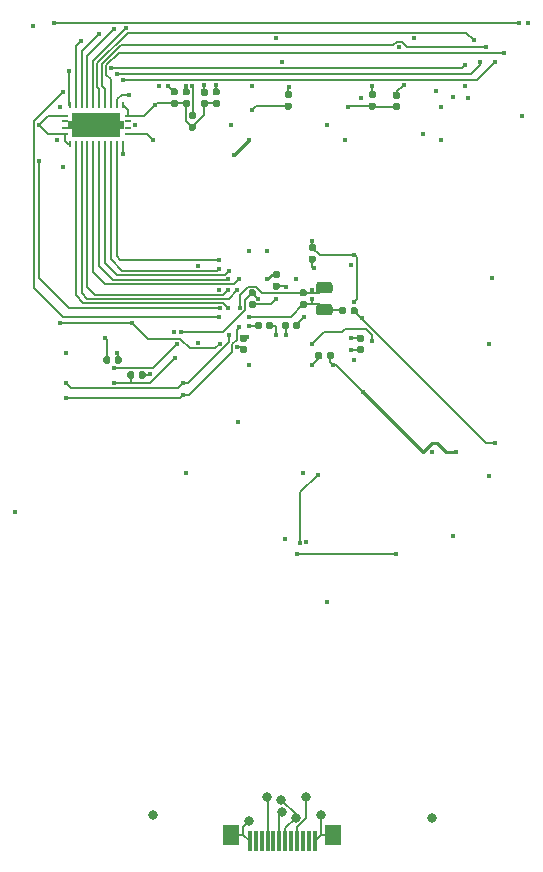
<source format=gbl>
G04 #@! TF.GenerationSoftware,KiCad,Pcbnew,5.1.6-c6e7f7d~86~ubuntu18.04.1*
G04 #@! TF.CreationDate,2021-09-21T12:25:19+02:00*
G04 #@! TF.ProjectId,nhci,6e686369-2e6b-4696-9361-645f70636258,rev?*
G04 #@! TF.SameCoordinates,Original*
G04 #@! TF.FileFunction,Copper,L4,Bot*
G04 #@! TF.FilePolarity,Positive*
%FSLAX46Y46*%
G04 Gerber Fmt 4.6, Leading zero omitted, Abs format (unit mm)*
G04 Created by KiCad (PCBNEW 5.1.6-c6e7f7d~86~ubuntu18.04.1) date 2021-09-21 12:25:19*
%MOMM*%
%LPD*%
G01*
G04 APERTURE LIST*
G04 #@! TA.AperFunction,SMDPad,CuDef*
%ADD10R,0.325000X0.750000*%
G04 #@! TD*
G04 #@! TA.AperFunction,SMDPad,CuDef*
%ADD11R,0.600000X0.200000*%
G04 #@! TD*
G04 #@! TA.AperFunction,SMDPad,CuDef*
%ADD12R,4.050000X2.050000*%
G04 #@! TD*
G04 #@! TA.AperFunction,SMDPad,CuDef*
%ADD13R,0.600000X0.240000*%
G04 #@! TD*
G04 #@! TA.AperFunction,SMDPad,CuDef*
%ADD14R,0.240000X0.600000*%
G04 #@! TD*
G04 #@! TA.AperFunction,SMDPad,CuDef*
%ADD15R,1.400000X1.700000*%
G04 #@! TD*
G04 #@! TA.AperFunction,SMDPad,CuDef*
%ADD16R,0.300000X1.700000*%
G04 #@! TD*
G04 #@! TA.AperFunction,ViaPad*
%ADD17C,0.400000*%
G04 #@! TD*
G04 #@! TA.AperFunction,ViaPad*
%ADD18C,0.800000*%
G04 #@! TD*
G04 #@! TA.AperFunction,Conductor*
%ADD19C,0.200000*%
G04 #@! TD*
G04 #@! TA.AperFunction,Conductor*
%ADD20C,0.250000*%
G04 #@! TD*
G04 APERTURE END LIST*
D10*
X47850000Y-108966000D03*
X52226000Y-108966000D03*
D11*
X47388000Y-108691000D03*
X47388000Y-109241000D03*
X52688000Y-108691000D03*
X52688000Y-109241000D03*
D12*
X50038000Y-108966000D03*
D13*
X52688000Y-108216000D03*
D14*
X52288000Y-107316000D03*
X51788000Y-107316000D03*
X51288000Y-107316000D03*
X50788000Y-107316000D03*
X50288000Y-107316000D03*
X49788000Y-107316000D03*
X49288000Y-107316000D03*
X48788000Y-107316000D03*
X48288000Y-107316000D03*
X47788000Y-107316000D03*
D13*
X47388000Y-108216000D03*
X47388000Y-109716000D03*
D14*
X47788000Y-110616000D03*
X48288000Y-110616000D03*
X48788000Y-110616000D03*
X49288000Y-110616000D03*
X49788000Y-110616000D03*
X50288000Y-110616000D03*
X50788000Y-110616000D03*
X51288000Y-110616000D03*
X51788000Y-110616000D03*
X52288000Y-110616000D03*
D13*
X52688000Y-109716000D03*
G04 #@! TA.AperFunction,SMDPad,CuDef*
G36*
G01*
X53634000Y-130347500D02*
X53634000Y-130002500D01*
G75*
G02*
X53781500Y-129855000I147500J0D01*
G01*
X54076500Y-129855000D01*
G75*
G02*
X54224000Y-130002500I0J-147500D01*
G01*
X54224000Y-130347500D01*
G75*
G02*
X54076500Y-130495000I-147500J0D01*
G01*
X53781500Y-130495000D01*
G75*
G02*
X53634000Y-130347500I0J147500D01*
G01*
G37*
G04 #@! TD.AperFunction*
G04 #@! TA.AperFunction,SMDPad,CuDef*
G36*
G01*
X52664000Y-130347500D02*
X52664000Y-130002500D01*
G75*
G02*
X52811500Y-129855000I147500J0D01*
G01*
X53106500Y-129855000D01*
G75*
G02*
X53254000Y-130002500I0J-147500D01*
G01*
X53254000Y-130347500D01*
G75*
G02*
X53106500Y-130495000I-147500J0D01*
G01*
X52811500Y-130495000D01*
G75*
G02*
X52664000Y-130347500I0J147500D01*
G01*
G37*
G04 #@! TD.AperFunction*
G04 #@! TA.AperFunction,SMDPad,CuDef*
G36*
G01*
X51602000Y-129077500D02*
X51602000Y-128732500D01*
G75*
G02*
X51749500Y-128585000I147500J0D01*
G01*
X52044500Y-128585000D01*
G75*
G02*
X52192000Y-128732500I0J-147500D01*
G01*
X52192000Y-129077500D01*
G75*
G02*
X52044500Y-129225000I-147500J0D01*
G01*
X51749500Y-129225000D01*
G75*
G02*
X51602000Y-129077500I0J147500D01*
G01*
G37*
G04 #@! TD.AperFunction*
G04 #@! TA.AperFunction,SMDPad,CuDef*
G36*
G01*
X50632000Y-129077500D02*
X50632000Y-128732500D01*
G75*
G02*
X50779500Y-128585000I147500J0D01*
G01*
X51074500Y-128585000D01*
G75*
G02*
X51222000Y-128732500I0J-147500D01*
G01*
X51222000Y-129077500D01*
G75*
G02*
X51074500Y-129225000I-147500J0D01*
G01*
X50779500Y-129225000D01*
G75*
G02*
X50632000Y-129077500I0J147500D01*
G01*
G37*
G04 #@! TD.AperFunction*
D15*
X70106000Y-169082000D03*
X61466000Y-169082000D03*
D16*
X63036000Y-169632000D03*
X63536000Y-169632000D03*
X64036000Y-169632000D03*
X64536000Y-169632000D03*
X65036000Y-169632000D03*
X65536000Y-169632000D03*
X66036000Y-169632000D03*
X66536000Y-169632000D03*
X67036000Y-169632000D03*
X67536000Y-169632000D03*
X68036000Y-169632000D03*
X68536000Y-169632000D03*
G04 #@! TA.AperFunction,SMDPad,CuDef*
G36*
G01*
X73233500Y-107101000D02*
X73578500Y-107101000D01*
G75*
G02*
X73726000Y-107248500I0J-147500D01*
G01*
X73726000Y-107543500D01*
G75*
G02*
X73578500Y-107691000I-147500J0D01*
G01*
X73233500Y-107691000D01*
G75*
G02*
X73086000Y-107543500I0J147500D01*
G01*
X73086000Y-107248500D01*
G75*
G02*
X73233500Y-107101000I147500J0D01*
G01*
G37*
G04 #@! TD.AperFunction*
G04 #@! TA.AperFunction,SMDPad,CuDef*
G36*
G01*
X73233500Y-106131000D02*
X73578500Y-106131000D01*
G75*
G02*
X73726000Y-106278500I0J-147500D01*
G01*
X73726000Y-106573500D01*
G75*
G02*
X73578500Y-106721000I-147500J0D01*
G01*
X73233500Y-106721000D01*
G75*
G02*
X73086000Y-106573500I0J147500D01*
G01*
X73086000Y-106278500D01*
G75*
G02*
X73233500Y-106131000I147500J0D01*
G01*
G37*
G04 #@! TD.AperFunction*
G04 #@! TA.AperFunction,SMDPad,CuDef*
G36*
G01*
X66121500Y-107101000D02*
X66466500Y-107101000D01*
G75*
G02*
X66614000Y-107248500I0J-147500D01*
G01*
X66614000Y-107543500D01*
G75*
G02*
X66466500Y-107691000I-147500J0D01*
G01*
X66121500Y-107691000D01*
G75*
G02*
X65974000Y-107543500I0J147500D01*
G01*
X65974000Y-107248500D01*
G75*
G02*
X66121500Y-107101000I147500J0D01*
G01*
G37*
G04 #@! TD.AperFunction*
G04 #@! TA.AperFunction,SMDPad,CuDef*
G36*
G01*
X66121500Y-106131000D02*
X66466500Y-106131000D01*
G75*
G02*
X66614000Y-106278500I0J-147500D01*
G01*
X66614000Y-106573500D01*
G75*
G02*
X66466500Y-106721000I-147500J0D01*
G01*
X66121500Y-106721000D01*
G75*
G02*
X65974000Y-106573500I0J147500D01*
G01*
X65974000Y-106278500D01*
G75*
G02*
X66121500Y-106131000I147500J0D01*
G01*
G37*
G04 #@! TD.AperFunction*
G04 #@! TA.AperFunction,SMDPad,CuDef*
G36*
G01*
X57993500Y-108879000D02*
X58338500Y-108879000D01*
G75*
G02*
X58486000Y-109026500I0J-147500D01*
G01*
X58486000Y-109321500D01*
G75*
G02*
X58338500Y-109469000I-147500J0D01*
G01*
X57993500Y-109469000D01*
G75*
G02*
X57846000Y-109321500I0J147500D01*
G01*
X57846000Y-109026500D01*
G75*
G02*
X57993500Y-108879000I147500J0D01*
G01*
G37*
G04 #@! TD.AperFunction*
G04 #@! TA.AperFunction,SMDPad,CuDef*
G36*
G01*
X57993500Y-107909000D02*
X58338500Y-107909000D01*
G75*
G02*
X58486000Y-108056500I0J-147500D01*
G01*
X58486000Y-108351500D01*
G75*
G02*
X58338500Y-108499000I-147500J0D01*
G01*
X57993500Y-108499000D01*
G75*
G02*
X57846000Y-108351500I0J147500D01*
G01*
X57846000Y-108056500D01*
G75*
G02*
X57993500Y-107909000I147500J0D01*
G01*
G37*
G04 #@! TD.AperFunction*
G04 #@! TA.AperFunction,SMDPad,CuDef*
G36*
G01*
X60025500Y-106870000D02*
X60370500Y-106870000D01*
G75*
G02*
X60518000Y-107017500I0J-147500D01*
G01*
X60518000Y-107312500D01*
G75*
G02*
X60370500Y-107460000I-147500J0D01*
G01*
X60025500Y-107460000D01*
G75*
G02*
X59878000Y-107312500I0J147500D01*
G01*
X59878000Y-107017500D01*
G75*
G02*
X60025500Y-106870000I147500J0D01*
G01*
G37*
G04 #@! TD.AperFunction*
G04 #@! TA.AperFunction,SMDPad,CuDef*
G36*
G01*
X60025500Y-105900000D02*
X60370500Y-105900000D01*
G75*
G02*
X60518000Y-106047500I0J-147500D01*
G01*
X60518000Y-106342500D01*
G75*
G02*
X60370500Y-106490000I-147500J0D01*
G01*
X60025500Y-106490000D01*
G75*
G02*
X59878000Y-106342500I0J147500D01*
G01*
X59878000Y-106047500D01*
G75*
G02*
X60025500Y-105900000I147500J0D01*
G01*
G37*
G04 #@! TD.AperFunction*
G04 #@! TA.AperFunction,SMDPad,CuDef*
G36*
G01*
X59009500Y-106893000D02*
X59354500Y-106893000D01*
G75*
G02*
X59502000Y-107040500I0J-147500D01*
G01*
X59502000Y-107335500D01*
G75*
G02*
X59354500Y-107483000I-147500J0D01*
G01*
X59009500Y-107483000D01*
G75*
G02*
X58862000Y-107335500I0J147500D01*
G01*
X58862000Y-107040500D01*
G75*
G02*
X59009500Y-106893000I147500J0D01*
G01*
G37*
G04 #@! TD.AperFunction*
G04 #@! TA.AperFunction,SMDPad,CuDef*
G36*
G01*
X59009500Y-105923000D02*
X59354500Y-105923000D01*
G75*
G02*
X59502000Y-106070500I0J-147500D01*
G01*
X59502000Y-106365500D01*
G75*
G02*
X59354500Y-106513000I-147500J0D01*
G01*
X59009500Y-106513000D01*
G75*
G02*
X58862000Y-106365500I0J147500D01*
G01*
X58862000Y-106070500D01*
G75*
G02*
X59009500Y-105923000I147500J0D01*
G01*
G37*
G04 #@! TD.AperFunction*
G04 #@! TA.AperFunction,SMDPad,CuDef*
G36*
G01*
X75265500Y-107147000D02*
X75610500Y-107147000D01*
G75*
G02*
X75758000Y-107294500I0J-147500D01*
G01*
X75758000Y-107589500D01*
G75*
G02*
X75610500Y-107737000I-147500J0D01*
G01*
X75265500Y-107737000D01*
G75*
G02*
X75118000Y-107589500I0J147500D01*
G01*
X75118000Y-107294500D01*
G75*
G02*
X75265500Y-107147000I147500J0D01*
G01*
G37*
G04 #@! TD.AperFunction*
G04 #@! TA.AperFunction,SMDPad,CuDef*
G36*
G01*
X75265500Y-106177000D02*
X75610500Y-106177000D01*
G75*
G02*
X75758000Y-106324500I0J-147500D01*
G01*
X75758000Y-106619500D01*
G75*
G02*
X75610500Y-106767000I-147500J0D01*
G01*
X75265500Y-106767000D01*
G75*
G02*
X75118000Y-106619500I0J147500D01*
G01*
X75118000Y-106324500D01*
G75*
G02*
X75265500Y-106177000I147500J0D01*
G01*
G37*
G04 #@! TD.AperFunction*
G04 #@! TA.AperFunction,SMDPad,CuDef*
G36*
G01*
X57485500Y-106870000D02*
X57830500Y-106870000D01*
G75*
G02*
X57978000Y-107017500I0J-147500D01*
G01*
X57978000Y-107312500D01*
G75*
G02*
X57830500Y-107460000I-147500J0D01*
G01*
X57485500Y-107460000D01*
G75*
G02*
X57338000Y-107312500I0J147500D01*
G01*
X57338000Y-107017500D01*
G75*
G02*
X57485500Y-106870000I147500J0D01*
G01*
G37*
G04 #@! TD.AperFunction*
G04 #@! TA.AperFunction,SMDPad,CuDef*
G36*
G01*
X57485500Y-105900000D02*
X57830500Y-105900000D01*
G75*
G02*
X57978000Y-106047500I0J-147500D01*
G01*
X57978000Y-106342500D01*
G75*
G02*
X57830500Y-106490000I-147500J0D01*
G01*
X57485500Y-106490000D01*
G75*
G02*
X57338000Y-106342500I0J147500D01*
G01*
X57338000Y-106047500D01*
G75*
G02*
X57485500Y-105900000I147500J0D01*
G01*
G37*
G04 #@! TD.AperFunction*
G04 #@! TA.AperFunction,SMDPad,CuDef*
G36*
G01*
X56469500Y-106870000D02*
X56814500Y-106870000D01*
G75*
G02*
X56962000Y-107017500I0J-147500D01*
G01*
X56962000Y-107312500D01*
G75*
G02*
X56814500Y-107460000I-147500J0D01*
G01*
X56469500Y-107460000D01*
G75*
G02*
X56322000Y-107312500I0J147500D01*
G01*
X56322000Y-107017500D01*
G75*
G02*
X56469500Y-106870000I147500J0D01*
G01*
G37*
G04 #@! TD.AperFunction*
G04 #@! TA.AperFunction,SMDPad,CuDef*
G36*
G01*
X56469500Y-105900000D02*
X56814500Y-105900000D01*
G75*
G02*
X56962000Y-106047500I0J-147500D01*
G01*
X56962000Y-106342500D01*
G75*
G02*
X56814500Y-106490000I-147500J0D01*
G01*
X56469500Y-106490000D01*
G75*
G02*
X56322000Y-106342500I0J147500D01*
G01*
X56322000Y-106047500D01*
G75*
G02*
X56469500Y-105900000I147500J0D01*
G01*
G37*
G04 #@! TD.AperFunction*
G04 #@! TA.AperFunction,SMDPad,CuDef*
G36*
G01*
X66715000Y-126156500D02*
X66715000Y-125811500D01*
G75*
G02*
X66862500Y-125664000I147500J0D01*
G01*
X67157500Y-125664000D01*
G75*
G02*
X67305000Y-125811500I0J-147500D01*
G01*
X67305000Y-126156500D01*
G75*
G02*
X67157500Y-126304000I-147500J0D01*
G01*
X66862500Y-126304000D01*
G75*
G02*
X66715000Y-126156500I0J147500D01*
G01*
G37*
G04 #@! TD.AperFunction*
G04 #@! TA.AperFunction,SMDPad,CuDef*
G36*
G01*
X65745000Y-126156500D02*
X65745000Y-125811500D01*
G75*
G02*
X65892500Y-125664000I147500J0D01*
G01*
X66187500Y-125664000D01*
G75*
G02*
X66335000Y-125811500I0J-147500D01*
G01*
X66335000Y-126156500D01*
G75*
G02*
X66187500Y-126304000I-147500J0D01*
G01*
X65892500Y-126304000D01*
G75*
G02*
X65745000Y-126156500I0J147500D01*
G01*
G37*
G04 #@! TD.AperFunction*
G04 #@! TA.AperFunction,SMDPad,CuDef*
G36*
G01*
X65105500Y-122341000D02*
X65450500Y-122341000D01*
G75*
G02*
X65598000Y-122488500I0J-147500D01*
G01*
X65598000Y-122783500D01*
G75*
G02*
X65450500Y-122931000I-147500J0D01*
G01*
X65105500Y-122931000D01*
G75*
G02*
X64958000Y-122783500I0J147500D01*
G01*
X64958000Y-122488500D01*
G75*
G02*
X65105500Y-122341000I147500J0D01*
G01*
G37*
G04 #@! TD.AperFunction*
G04 #@! TA.AperFunction,SMDPad,CuDef*
G36*
G01*
X65105500Y-121371000D02*
X65450500Y-121371000D01*
G75*
G02*
X65598000Y-121518500I0J-147500D01*
G01*
X65598000Y-121813500D01*
G75*
G02*
X65450500Y-121961000I-147500J0D01*
G01*
X65105500Y-121961000D01*
G75*
G02*
X64958000Y-121813500I0J147500D01*
G01*
X64958000Y-121518500D01*
G75*
G02*
X65105500Y-121371000I147500J0D01*
G01*
G37*
G04 #@! TD.AperFunction*
G04 #@! TA.AperFunction,SMDPad,CuDef*
G36*
G01*
X64429000Y-126156500D02*
X64429000Y-125811500D01*
G75*
G02*
X64576500Y-125664000I147500J0D01*
G01*
X64871500Y-125664000D01*
G75*
G02*
X65019000Y-125811500I0J-147500D01*
G01*
X65019000Y-126156500D01*
G75*
G02*
X64871500Y-126304000I-147500J0D01*
G01*
X64576500Y-126304000D01*
G75*
G02*
X64429000Y-126156500I0J147500D01*
G01*
G37*
G04 #@! TD.AperFunction*
G04 #@! TA.AperFunction,SMDPad,CuDef*
G36*
G01*
X63459000Y-126156500D02*
X63459000Y-125811500D01*
G75*
G02*
X63606500Y-125664000I147500J0D01*
G01*
X63901500Y-125664000D01*
G75*
G02*
X64049000Y-125811500I0J-147500D01*
G01*
X64049000Y-126156500D01*
G75*
G02*
X63901500Y-126304000I-147500J0D01*
G01*
X63606500Y-126304000D01*
G75*
G02*
X63459000Y-126156500I0J147500D01*
G01*
G37*
G04 #@! TD.AperFunction*
G04 #@! TA.AperFunction,SMDPad,CuDef*
G36*
G01*
X71564000Y-124886500D02*
X71564000Y-124541500D01*
G75*
G02*
X71711500Y-124394000I147500J0D01*
G01*
X72006500Y-124394000D01*
G75*
G02*
X72154000Y-124541500I0J-147500D01*
G01*
X72154000Y-124886500D01*
G75*
G02*
X72006500Y-125034000I-147500J0D01*
G01*
X71711500Y-125034000D01*
G75*
G02*
X71564000Y-124886500I0J147500D01*
G01*
G37*
G04 #@! TD.AperFunction*
G04 #@! TA.AperFunction,SMDPad,CuDef*
G36*
G01*
X70594000Y-124886500D02*
X70594000Y-124541500D01*
G75*
G02*
X70741500Y-124394000I147500J0D01*
G01*
X71036500Y-124394000D01*
G75*
G02*
X71184000Y-124541500I0J-147500D01*
G01*
X71184000Y-124886500D01*
G75*
G02*
X71036500Y-125034000I-147500J0D01*
G01*
X70741500Y-125034000D01*
G75*
G02*
X70594000Y-124886500I0J147500D01*
G01*
G37*
G04 #@! TD.AperFunction*
G04 #@! TA.AperFunction,SMDPad,CuDef*
G36*
G01*
X62656500Y-127341000D02*
X62311500Y-127341000D01*
G75*
G02*
X62164000Y-127193500I0J147500D01*
G01*
X62164000Y-126898500D01*
G75*
G02*
X62311500Y-126751000I147500J0D01*
G01*
X62656500Y-126751000D01*
G75*
G02*
X62804000Y-126898500I0J-147500D01*
G01*
X62804000Y-127193500D01*
G75*
G02*
X62656500Y-127341000I-147500J0D01*
G01*
G37*
G04 #@! TD.AperFunction*
G04 #@! TA.AperFunction,SMDPad,CuDef*
G36*
G01*
X62656500Y-128311000D02*
X62311500Y-128311000D01*
G75*
G02*
X62164000Y-128163500I0J147500D01*
G01*
X62164000Y-127868500D01*
G75*
G02*
X62311500Y-127721000I147500J0D01*
G01*
X62656500Y-127721000D01*
G75*
G02*
X62804000Y-127868500I0J-147500D01*
G01*
X62804000Y-128163500D01*
G75*
G02*
X62656500Y-128311000I-147500J0D01*
G01*
G37*
G04 #@! TD.AperFunction*
G04 #@! TA.AperFunction,SMDPad,CuDef*
G36*
G01*
X68885750Y-124148000D02*
X69798250Y-124148000D01*
G75*
G02*
X70042000Y-124391750I0J-243750D01*
G01*
X70042000Y-124879250D01*
G75*
G02*
X69798250Y-125123000I-243750J0D01*
G01*
X68885750Y-125123000D01*
G75*
G02*
X68642000Y-124879250I0J243750D01*
G01*
X68642000Y-124391750D01*
G75*
G02*
X68885750Y-124148000I243750J0D01*
G01*
G37*
G04 #@! TD.AperFunction*
G04 #@! TA.AperFunction,SMDPad,CuDef*
G36*
G01*
X68885750Y-122273000D02*
X69798250Y-122273000D01*
G75*
G02*
X70042000Y-122516750I0J-243750D01*
G01*
X70042000Y-123004250D01*
G75*
G02*
X69798250Y-123248000I-243750J0D01*
G01*
X68885750Y-123248000D01*
G75*
G02*
X68642000Y-123004250I0J243750D01*
G01*
X68642000Y-122516750D01*
G75*
G02*
X68885750Y-122273000I243750J0D01*
G01*
G37*
G04 #@! TD.AperFunction*
G04 #@! TA.AperFunction,SMDPad,CuDef*
G36*
G01*
X67391500Y-123888000D02*
X67736500Y-123888000D01*
G75*
G02*
X67884000Y-124035500I0J-147500D01*
G01*
X67884000Y-124330500D01*
G75*
G02*
X67736500Y-124478000I-147500J0D01*
G01*
X67391500Y-124478000D01*
G75*
G02*
X67244000Y-124330500I0J147500D01*
G01*
X67244000Y-124035500D01*
G75*
G02*
X67391500Y-123888000I147500J0D01*
G01*
G37*
G04 #@! TD.AperFunction*
G04 #@! TA.AperFunction,SMDPad,CuDef*
G36*
G01*
X67391500Y-122918000D02*
X67736500Y-122918000D01*
G75*
G02*
X67884000Y-123065500I0J-147500D01*
G01*
X67884000Y-123360500D01*
G75*
G02*
X67736500Y-123508000I-147500J0D01*
G01*
X67391500Y-123508000D01*
G75*
G02*
X67244000Y-123360500I0J147500D01*
G01*
X67244000Y-123065500D01*
G75*
G02*
X67391500Y-122918000I147500J0D01*
G01*
G37*
G04 #@! TD.AperFunction*
G04 #@! TA.AperFunction,SMDPad,CuDef*
G36*
G01*
X72562500Y-127341000D02*
X72217500Y-127341000D01*
G75*
G02*
X72070000Y-127193500I0J147500D01*
G01*
X72070000Y-126898500D01*
G75*
G02*
X72217500Y-126751000I147500J0D01*
G01*
X72562500Y-126751000D01*
G75*
G02*
X72710000Y-126898500I0J-147500D01*
G01*
X72710000Y-127193500D01*
G75*
G02*
X72562500Y-127341000I-147500J0D01*
G01*
G37*
G04 #@! TD.AperFunction*
G04 #@! TA.AperFunction,SMDPad,CuDef*
G36*
G01*
X72562500Y-128311000D02*
X72217500Y-128311000D01*
G75*
G02*
X72070000Y-128163500I0J147500D01*
G01*
X72070000Y-127868500D01*
G75*
G02*
X72217500Y-127721000I147500J0D01*
G01*
X72562500Y-127721000D01*
G75*
G02*
X72710000Y-127868500I0J-147500D01*
G01*
X72710000Y-128163500D01*
G75*
G02*
X72562500Y-128311000I-147500J0D01*
G01*
G37*
G04 #@! TD.AperFunction*
G04 #@! TA.AperFunction,SMDPad,CuDef*
G36*
G01*
X69175000Y-128351500D02*
X69175000Y-128696500D01*
G75*
G02*
X69027500Y-128844000I-147500J0D01*
G01*
X68732500Y-128844000D01*
G75*
G02*
X68585000Y-128696500I0J147500D01*
G01*
X68585000Y-128351500D01*
G75*
G02*
X68732500Y-128204000I147500J0D01*
G01*
X69027500Y-128204000D01*
G75*
G02*
X69175000Y-128351500I0J-147500D01*
G01*
G37*
G04 #@! TD.AperFunction*
G04 #@! TA.AperFunction,SMDPad,CuDef*
G36*
G01*
X70145000Y-128351500D02*
X70145000Y-128696500D01*
G75*
G02*
X69997500Y-128844000I-147500J0D01*
G01*
X69702500Y-128844000D01*
G75*
G02*
X69555000Y-128696500I0J147500D01*
G01*
X69555000Y-128351500D01*
G75*
G02*
X69702500Y-128204000I147500J0D01*
G01*
X69997500Y-128204000D01*
G75*
G02*
X70145000Y-128351500I0J-147500D01*
G01*
G37*
G04 #@! TD.AperFunction*
G04 #@! TA.AperFunction,SMDPad,CuDef*
G36*
G01*
X63073500Y-123888000D02*
X63418500Y-123888000D01*
G75*
G02*
X63566000Y-124035500I0J-147500D01*
G01*
X63566000Y-124330500D01*
G75*
G02*
X63418500Y-124478000I-147500J0D01*
G01*
X63073500Y-124478000D01*
G75*
G02*
X62926000Y-124330500I0J147500D01*
G01*
X62926000Y-124035500D01*
G75*
G02*
X63073500Y-123888000I147500J0D01*
G01*
G37*
G04 #@! TD.AperFunction*
G04 #@! TA.AperFunction,SMDPad,CuDef*
G36*
G01*
X63073500Y-122918000D02*
X63418500Y-122918000D01*
G75*
G02*
X63566000Y-123065500I0J-147500D01*
G01*
X63566000Y-123360500D01*
G75*
G02*
X63418500Y-123508000I-147500J0D01*
G01*
X63073500Y-123508000D01*
G75*
G02*
X62926000Y-123360500I0J147500D01*
G01*
X62926000Y-123065500D01*
G75*
G02*
X63073500Y-122918000I147500J0D01*
G01*
G37*
G04 #@! TD.AperFunction*
G04 #@! TA.AperFunction,SMDPad,CuDef*
G36*
G01*
X68153500Y-120055000D02*
X68498500Y-120055000D01*
G75*
G02*
X68646000Y-120202500I0J-147500D01*
G01*
X68646000Y-120497500D01*
G75*
G02*
X68498500Y-120645000I-147500J0D01*
G01*
X68153500Y-120645000D01*
G75*
G02*
X68006000Y-120497500I0J147500D01*
G01*
X68006000Y-120202500D01*
G75*
G02*
X68153500Y-120055000I147500J0D01*
G01*
G37*
G04 #@! TD.AperFunction*
G04 #@! TA.AperFunction,SMDPad,CuDef*
G36*
G01*
X68153500Y-119085000D02*
X68498500Y-119085000D01*
G75*
G02*
X68646000Y-119232500I0J-147500D01*
G01*
X68646000Y-119527500D01*
G75*
G02*
X68498500Y-119675000I-147500J0D01*
G01*
X68153500Y-119675000D01*
G75*
G02*
X68006000Y-119527500I0J147500D01*
G01*
X68006000Y-119232500D01*
G75*
G02*
X68153500Y-119085000I147500J0D01*
G01*
G37*
G04 #@! TD.AperFunction*
D17*
X44704000Y-100584000D03*
X80278000Y-106631999D03*
X86106000Y-108204000D03*
X77724000Y-109728000D03*
X86614000Y-100330000D03*
X45212000Y-108966000D03*
X47244000Y-106172000D03*
X53340000Y-108966000D03*
X55372000Y-105664000D03*
X61468000Y-108966000D03*
X63244597Y-105665403D03*
X69596000Y-108966000D03*
X72418000Y-106708000D03*
X43180000Y-141732000D03*
X58650685Y-127484685D03*
X58674000Y-120904000D03*
X71628000Y-127000000D03*
X68326000Y-129286000D03*
X65278000Y-123698000D03*
X62992000Y-129286000D03*
X62822362Y-126915638D03*
X64516000Y-119634000D03*
X66078001Y-122737796D03*
X65278000Y-126746000D03*
X67579905Y-125242132D03*
X68478001Y-121137795D03*
X56642000Y-126492000D03*
X71628000Y-120845999D03*
X83312000Y-127508000D03*
X78486000Y-136652000D03*
X83312000Y-138684000D03*
X66040000Y-144018000D03*
X67552000Y-138418000D03*
X80264000Y-143764000D03*
X69596000Y-149352000D03*
X57658000Y-138430000D03*
X47498000Y-128270000D03*
D18*
X78486000Y-167640000D03*
X62992000Y-167894000D03*
X69088000Y-167386000D03*
X54864000Y-167386000D03*
D17*
X60452000Y-122936000D03*
X76073000Y-105583000D03*
X60162000Y-105628000D03*
X59162000Y-105644000D03*
X57635065Y-105659570D03*
X66363011Y-105760001D03*
X58162000Y-105668000D03*
X56134000Y-105664000D03*
X73418000Y-105676000D03*
X65278000Y-101600000D03*
X79248000Y-107442000D03*
X46989000Y-107443000D03*
X54992000Y-107316000D03*
X63246000Y-107696000D03*
X71351000Y-107465000D03*
X83520000Y-121966000D03*
X51308000Y-104140000D03*
X81280000Y-103886000D03*
X51816000Y-104648000D03*
X82550000Y-103632000D03*
X52324000Y-105156000D03*
X83820000Y-103632000D03*
X79248000Y-110236000D03*
X46736000Y-110236000D03*
X54864000Y-110236000D03*
X62992000Y-110236000D03*
X71120000Y-110236000D03*
X61976000Y-127762000D03*
X61722000Y-111506000D03*
X68340280Y-118849658D03*
X71628000Y-128016000D03*
X70104000Y-129286000D03*
X63754000Y-123698000D03*
X71882000Y-123952000D03*
X57168997Y-126494222D03*
X71882000Y-119991998D03*
X80518000Y-136652000D03*
X72644000Y-131572000D03*
X67306020Y-144396933D03*
X68768250Y-138618250D03*
X51816000Y-128270000D03*
X54610000Y-130048000D03*
X78780002Y-106131998D03*
X65786000Y-103632000D03*
X75692000Y-102362000D03*
X81546000Y-106680000D03*
X81280000Y-105664000D03*
X76962000Y-101600000D03*
X68326000Y-123698000D03*
X62976095Y-125242132D03*
X62200204Y-124459999D03*
X68326000Y-122936000D03*
X62992000Y-119634000D03*
X62955715Y-126025106D03*
X66060132Y-126761905D03*
X83820000Y-135890000D03*
X72517000Y-125349000D03*
X64516000Y-122047000D03*
X71882000Y-128905000D03*
X66929000Y-122047000D03*
X52288000Y-111470000D03*
X47244000Y-112522000D03*
X67818000Y-144272000D03*
X62026000Y-134112000D03*
D18*
X67818000Y-165862000D03*
X64516000Y-165862000D03*
D17*
X67056000Y-145288000D03*
X75438000Y-145288000D03*
D18*
X66921000Y-167640000D03*
X65667000Y-166116000D03*
X65786000Y-167132000D03*
D17*
X46482000Y-100330000D03*
X85788500Y-100393500D03*
X51562000Y-130810000D03*
X56712000Y-128708000D03*
X51562000Y-129540000D03*
X56896000Y-127508000D03*
X60483877Y-127529137D03*
X53086000Y-125730000D03*
X46990000Y-125730000D03*
X50800000Y-127000000D03*
X61248848Y-126775662D03*
X57404000Y-130810000D03*
X47498000Y-130810000D03*
X62115143Y-126135184D03*
X57404000Y-131826000D03*
X47498000Y-132080000D03*
X68326000Y-127508000D03*
X73406000Y-127254000D03*
X60452000Y-125234000D03*
X47752000Y-104394000D03*
X48768000Y-101854000D03*
X50228500Y-101282500D03*
X51562000Y-100838000D03*
X52560500Y-100776154D03*
X81978500Y-101790500D03*
X83058000Y-102362000D03*
X84582000Y-102870000D03*
X60478000Y-124460000D03*
X45212000Y-112014000D03*
X52832000Y-106426000D03*
X61214000Y-124460000D03*
X61976000Y-122962000D03*
X61214000Y-122936000D03*
X62141866Y-122012398D03*
X61225691Y-122001000D03*
X61269829Y-121370793D03*
X60458880Y-121163482D03*
X60452000Y-120396000D03*
D19*
X72344000Y-127000000D02*
X72390000Y-127046000D01*
X71628000Y-127000000D02*
X72344000Y-127000000D01*
X64793000Y-124183000D02*
X65278000Y-123698000D01*
X63246000Y-124183000D02*
X64793000Y-124183000D01*
X62484000Y-127046000D02*
X62692000Y-127046000D01*
X62692000Y-127046000D02*
X62822362Y-126915638D01*
X65278000Y-122636000D02*
X65976205Y-122636000D01*
X65976205Y-122636000D02*
X66078001Y-122737796D01*
X64724000Y-125984000D02*
X65278000Y-125984000D01*
X65278000Y-125984000D02*
X65278000Y-126746000D01*
X67010000Y-125984000D02*
X67010000Y-125812037D01*
X67010000Y-125812037D02*
X67579905Y-125242132D01*
X68326000Y-120350000D02*
X68326000Y-120985794D01*
X68326000Y-120985794D02*
X68478001Y-121137795D01*
X68880000Y-128732000D02*
X68326000Y-129286000D01*
X68880000Y-128524000D02*
X68880000Y-128732000D01*
X62486000Y-169082000D02*
X63036000Y-169632000D01*
X61466000Y-169082000D02*
X62486000Y-169082000D01*
X62486000Y-168400000D02*
X62992000Y-167894000D01*
X62486000Y-169082000D02*
X62486000Y-168400000D01*
X69086000Y-169082000D02*
X68536000Y-169632000D01*
X70106000Y-169082000D02*
X69086000Y-169082000D01*
X69088000Y-169080000D02*
X69086000Y-169082000D01*
X69088000Y-167386000D02*
X69088000Y-169080000D01*
X45962000Y-108216000D02*
X45212000Y-108966000D01*
X47388000Y-108216000D02*
X45962000Y-108216000D01*
X45962000Y-109716000D02*
X45212000Y-108966000D01*
X47388000Y-109716000D02*
X45962000Y-109716000D01*
X47788000Y-110616000D02*
X47624000Y-110616000D01*
X47388000Y-110380000D02*
X47388000Y-109716000D01*
X47624000Y-110616000D02*
X47388000Y-110380000D01*
X75438000Y-106472000D02*
X75438000Y-106218000D01*
X75438000Y-106218000D02*
X76073000Y-105583000D01*
X60198000Y-106195000D02*
X60198000Y-105664000D01*
X60198000Y-105664000D02*
X60162000Y-105628000D01*
X59182000Y-105664000D02*
X59162000Y-105644000D01*
X59182000Y-106218000D02*
X59182000Y-105664000D01*
X57658000Y-106195000D02*
X57658000Y-105682505D01*
X57658000Y-105682505D02*
X57635065Y-105659570D01*
X66294000Y-106426000D02*
X66294000Y-105829012D01*
X66294000Y-105829012D02*
X66363011Y-105760001D01*
X58205010Y-105711010D02*
X58162000Y-105668000D01*
X58166000Y-108204000D02*
X58205010Y-108164990D01*
X58205010Y-108164990D02*
X58205010Y-105711010D01*
X56642000Y-106195000D02*
X56642000Y-106172000D01*
X56642000Y-106172000D02*
X56134000Y-105664000D01*
X73406000Y-105688000D02*
X73418000Y-105676000D01*
X73406000Y-106426000D02*
X73406000Y-105688000D01*
X73452000Y-107442000D02*
X73406000Y-107396000D01*
X75438000Y-107442000D02*
X73452000Y-107442000D01*
X71420000Y-107396000D02*
X71351000Y-107465000D01*
X73406000Y-107396000D02*
X71420000Y-107396000D01*
X63546000Y-107396000D02*
X63246000Y-107696000D01*
X66294000Y-107396000D02*
X63546000Y-107396000D01*
X59205000Y-107165000D02*
X59182000Y-107188000D01*
X60198000Y-107165000D02*
X59205000Y-107165000D01*
X59182000Y-108158000D02*
X58166000Y-109174000D01*
X59182000Y-107188000D02*
X59182000Y-108158000D01*
X57618990Y-107204010D02*
X57658000Y-107165000D01*
X57618990Y-108626990D02*
X57618990Y-107204010D01*
X58166000Y-109174000D02*
X57618990Y-108626990D01*
X57658000Y-107165000D02*
X56642000Y-107165000D01*
X55143000Y-107165000D02*
X54992000Y-107316000D01*
X56642000Y-107165000D02*
X55143000Y-107165000D01*
X54092000Y-108216000D02*
X54992000Y-107316000D01*
X52688000Y-108216000D02*
X54092000Y-108216000D01*
X52688000Y-107716000D02*
X52288000Y-107316000D01*
X52688000Y-108216000D02*
X52688000Y-107716000D01*
X51308000Y-104140000D02*
X81026000Y-104140000D01*
X81026000Y-104140000D02*
X81280000Y-103886000D01*
X51816000Y-104648000D02*
X81788000Y-104648000D01*
X81788000Y-104648000D02*
X82550000Y-103886000D01*
X82550000Y-103886000D02*
X82550000Y-103632000D01*
X52324000Y-105156000D02*
X82296000Y-105156000D01*
X82296000Y-105156000D02*
X83820000Y-103632000D01*
X62230000Y-127762000D02*
X62484000Y-128016000D01*
X61976000Y-127762000D02*
X62230000Y-127762000D01*
X71628000Y-128016000D02*
X72390000Y-128016000D01*
X63731000Y-123698000D02*
X63246000Y-123213000D01*
X63754000Y-123698000D02*
X63731000Y-123698000D01*
X68340280Y-119365720D02*
X68326000Y-119380000D01*
X68340280Y-118849658D02*
X68340280Y-119365720D01*
X69850000Y-129032000D02*
X70104000Y-129286000D01*
X69850000Y-128524000D02*
X69850000Y-129032000D01*
X67306020Y-140080480D02*
X68768250Y-138618250D01*
X67306020Y-144396933D02*
X67306020Y-140080480D01*
D20*
X77724000Y-136652000D02*
X72644000Y-131572000D01*
X61722000Y-111506000D02*
X62992000Y-110236000D01*
X80518000Y-136652000D02*
X79629000Y-136652000D01*
X79629000Y-136652000D02*
X78867000Y-135890000D01*
X78486000Y-135890000D02*
X77724000Y-136652000D01*
X78867000Y-135890000D02*
X78486000Y-135890000D01*
D19*
X68937998Y-119991998D02*
X68326000Y-119380000D01*
X71882000Y-119991998D02*
X68937998Y-119991998D01*
X72081999Y-120191997D02*
X71882000Y-119991998D01*
X72081999Y-123752001D02*
X72081999Y-120191997D01*
X71882000Y-123952000D02*
X72081999Y-123752001D01*
X62627205Y-123831795D02*
X63246000Y-123213000D01*
X62627205Y-124664960D02*
X62627205Y-123831795D01*
X60797943Y-126494222D02*
X62627205Y-124664960D01*
X57168997Y-126494222D02*
X60797943Y-126494222D01*
X70358000Y-129286000D02*
X70104000Y-129286000D01*
X72644000Y-131572000D02*
X70358000Y-129286000D01*
X51897000Y-128351000D02*
X51816000Y-128270000D01*
X51897000Y-128905000D02*
X51897000Y-128351000D01*
X53929000Y-130175000D02*
X54483000Y-130175000D01*
X54483000Y-130175000D02*
X54610000Y-130048000D01*
X54344000Y-109716000D02*
X54864000Y-110236000D01*
X52688000Y-109716000D02*
X54344000Y-109716000D01*
X68889500Y-124183000D02*
X69342000Y-124635500D01*
X68326000Y-124160000D02*
X68349000Y-124183000D01*
X68326000Y-123698000D02*
X68326000Y-124160000D01*
X67564000Y-124183000D02*
X68349000Y-124183000D01*
X68349000Y-124183000D02*
X68889500Y-124183000D01*
X70810500Y-124635500D02*
X70889000Y-124714000D01*
X69342000Y-124635500D02*
X70810500Y-124635500D01*
X66504868Y-125242132D02*
X67564000Y-124183000D01*
X62976095Y-125242132D02*
X66504868Y-125242132D01*
X68889500Y-123213000D02*
X69342000Y-122760500D01*
X68326000Y-122936000D02*
X68349000Y-122959000D01*
X68349000Y-122959000D02*
X68349000Y-123213000D01*
X67564000Y-123213000D02*
X68349000Y-123213000D01*
X68349000Y-123213000D02*
X68889500Y-123213000D01*
X62200204Y-123409158D02*
X62200204Y-124459999D01*
X63573628Y-122690990D02*
X62918372Y-122690990D01*
X62918372Y-122690990D02*
X62200204Y-123409158D01*
X64095638Y-123213000D02*
X63573628Y-122690990D01*
X67564000Y-123213000D02*
X64095638Y-123213000D01*
X63754000Y-125984000D02*
X62996821Y-125984000D01*
X62996821Y-125984000D02*
X62955715Y-126025106D01*
X66060132Y-126004132D02*
X66040000Y-125984000D01*
X66060132Y-126761905D02*
X66060132Y-126004132D01*
X83820000Y-135890000D02*
X83035000Y-135890000D01*
D20*
X72569000Y-125401000D02*
X72517000Y-125349000D01*
X72569000Y-125424000D02*
X72569000Y-125401000D01*
D19*
X72569000Y-125424000D02*
X71859000Y-124714000D01*
X83035000Y-135890000D02*
X72569000Y-125424000D01*
D20*
X65278000Y-121666000D02*
X64897000Y-121666000D01*
X64897000Y-121666000D02*
X64516000Y-122047000D01*
D19*
X52288000Y-110616000D02*
X52288000Y-111470000D01*
X67036000Y-168452962D02*
X67818000Y-167670962D01*
X67036000Y-169632000D02*
X67036000Y-168452962D01*
X67818000Y-167670962D02*
X67818000Y-165862000D01*
X64536000Y-165882000D02*
X64516000Y-165862000D01*
X64536000Y-169632000D02*
X64536000Y-165882000D01*
X67056000Y-145288000D02*
X75438000Y-145288000D01*
X66036000Y-168525000D02*
X66036000Y-169632000D01*
X66921000Y-167640000D02*
X66036000Y-168525000D01*
X66921000Y-167370000D02*
X66921000Y-167640000D01*
X65667000Y-166116000D02*
X66921000Y-167370000D01*
X65536000Y-169632000D02*
X65536000Y-167382000D01*
X65536000Y-167382000D02*
X65786000Y-167132000D01*
X85725000Y-100330000D02*
X85788500Y-100393500D01*
X46482000Y-100330000D02*
X85725000Y-100330000D01*
X54610000Y-130810000D02*
X56712000Y-128708000D01*
X52959000Y-130175000D02*
X52959000Y-130810000D01*
X51562000Y-130810000D02*
X52959000Y-130810000D01*
X52959000Y-130810000D02*
X54610000Y-130810000D01*
X51562000Y-129540000D02*
X54864000Y-129540000D01*
X54864000Y-129540000D02*
X56896000Y-127508000D01*
X46990000Y-125730000D02*
X53086000Y-125730000D01*
X57100961Y-127080999D02*
X54436999Y-127080999D01*
X57931648Y-127911686D02*
X57100961Y-127080999D01*
X60101328Y-127911686D02*
X57931648Y-127911686D01*
X54436999Y-127080999D02*
X53086000Y-125730000D01*
X60483877Y-127529137D02*
X60101328Y-127911686D01*
X50927000Y-128905000D02*
X50927000Y-127127000D01*
X50927000Y-127127000D02*
X50800000Y-127000000D01*
X57834976Y-130810000D02*
X57404000Y-130810000D01*
X61248848Y-126775662D02*
X61248848Y-127396128D01*
X61248848Y-127396128D02*
X57834976Y-130810000D01*
X56976999Y-131237001D02*
X57404000Y-130810000D01*
X47925001Y-131237001D02*
X56976999Y-131237001D01*
X47498000Y-130810000D02*
X47925001Y-131237001D01*
X61548999Y-128189001D02*
X57912000Y-131826000D01*
X57912000Y-131826000D02*
X57404000Y-131826000D01*
X61548999Y-127557039D02*
X61548999Y-128189001D01*
X61915144Y-126335183D02*
X61915144Y-127190894D01*
X61915144Y-127190894D02*
X61548999Y-127557039D01*
X62115143Y-126135184D02*
X61915144Y-126335183D01*
X57150000Y-132080000D02*
X57404000Y-131826000D01*
X47498000Y-132080000D02*
X57150000Y-132080000D01*
X69310010Y-126523990D02*
X70834010Y-126523990D01*
X68326000Y-127508000D02*
X69310010Y-126523990D01*
X70834010Y-126523990D02*
X71120000Y-126238000D01*
X71120000Y-126238000D02*
X72431638Y-126238000D01*
X72431638Y-126238000D02*
X72898000Y-126238000D01*
X72898000Y-126238000D02*
X73406000Y-126746000D01*
X73406000Y-126746000D02*
X73406000Y-127254000D01*
X60452000Y-125234000D02*
X47256000Y-125234000D01*
X44784999Y-108631001D02*
X47244000Y-106172000D01*
X44784999Y-122762999D02*
X44784999Y-108631001D01*
X47256000Y-125234000D02*
X44784999Y-122762999D01*
X47752000Y-107280000D02*
X47788000Y-107316000D01*
X47752000Y-104394000D02*
X47752000Y-107280000D01*
X48288000Y-102334000D02*
X48288000Y-107316000D01*
X48768000Y-101854000D02*
X48288000Y-102334000D01*
X48788000Y-102723000D02*
X48788000Y-107316000D01*
X50228500Y-101282500D02*
X48788000Y-102723000D01*
X49288000Y-103112000D02*
X49288000Y-107316000D01*
X51562000Y-100838000D02*
X49288000Y-103112000D01*
X49788000Y-103548654D02*
X49788000Y-107316000D01*
X52560500Y-100776154D02*
X49788000Y-103548654D01*
X50135001Y-103756115D02*
X50135001Y-105761001D01*
X52718118Y-101172999D02*
X50135001Y-103756115D01*
X81360999Y-101172999D02*
X52718118Y-101172999D01*
X81978500Y-101790500D02*
X81360999Y-101172999D01*
X50288000Y-105914000D02*
X50288000Y-107316000D01*
X50135001Y-105761001D02*
X50288000Y-105914000D01*
X75487039Y-101934999D02*
X75184000Y-102238038D01*
X75896961Y-101934999D02*
X75487039Y-101934999D01*
X76323962Y-102362000D02*
X75896961Y-101934999D01*
X83058000Y-102362000D02*
X76323962Y-102362000D01*
X50788000Y-105906000D02*
X50788000Y-107316000D01*
X50553989Y-105671989D02*
X50788000Y-105906000D01*
X50553989Y-103799588D02*
X50553989Y-105671989D01*
X52115539Y-102238038D02*
X50553989Y-103799588D01*
X75184000Y-102238038D02*
X52115539Y-102238038D01*
X50880999Y-103935039D02*
X50880999Y-104728999D01*
X51946038Y-102870000D02*
X50880999Y-103935039D01*
X84582000Y-102870000D02*
X51946038Y-102870000D01*
X51288000Y-105136000D02*
X51288000Y-107316000D01*
X50880999Y-104728999D02*
X51288000Y-105136000D01*
X60478000Y-124460000D02*
X47752000Y-124460000D01*
X47752000Y-124460000D02*
X45212000Y-121920000D01*
X45212000Y-121920000D02*
X45212000Y-112014000D01*
X51788000Y-106816000D02*
X51788000Y-107316000D01*
X52178000Y-106426000D02*
X51788000Y-106816000D01*
X52832000Y-106426000D02*
X52178000Y-106426000D01*
X48288000Y-123398990D02*
X48288000Y-110616000D01*
X48922009Y-124032999D02*
X48288000Y-123398990D01*
X60786999Y-124032999D02*
X48922009Y-124032999D01*
X61214000Y-124460000D02*
X60786999Y-124032999D01*
X61976000Y-122962000D02*
X61240000Y-123698000D01*
X61240000Y-123698000D02*
X49276000Y-123698000D01*
X48788000Y-123210000D02*
X48788000Y-110616000D01*
X49276000Y-123698000D02*
X48788000Y-123210000D01*
X49288000Y-110616000D02*
X49288000Y-122694000D01*
X49957001Y-123363001D02*
X60786999Y-123363001D01*
X49288000Y-122694000D02*
X49957001Y-123363001D01*
X60786999Y-123363001D02*
X61214000Y-122936000D01*
X50800000Y-122428000D02*
X49788000Y-121416000D01*
X49788000Y-121416000D02*
X49788000Y-110616000D01*
X61726264Y-122428000D02*
X50800000Y-122428000D01*
X62141866Y-122012398D02*
X61726264Y-122428000D01*
X50288000Y-110616000D02*
X50288000Y-120900000D01*
X50288000Y-120900000D02*
X51488990Y-122100990D01*
X51488990Y-122100990D02*
X61214000Y-122100990D01*
X61214000Y-122012691D02*
X61225691Y-122001000D01*
X61214000Y-122100990D02*
X61214000Y-122012691D01*
X50788000Y-120638000D02*
X50788000Y-110616000D01*
X51816000Y-121666000D02*
X50788000Y-120638000D01*
X60960000Y-121666000D02*
X51816000Y-121666000D01*
X61255207Y-121370793D02*
X60960000Y-121666000D01*
X61269829Y-121370793D02*
X61255207Y-121370793D01*
X51288000Y-110616000D02*
X51288000Y-120376000D01*
X60291361Y-121331001D02*
X60458880Y-121163482D01*
X52243001Y-121331001D02*
X60291361Y-121331001D01*
X51288000Y-120376000D02*
X52243001Y-121331001D01*
X51788000Y-120114000D02*
X51788000Y-110616000D01*
X52070000Y-120396000D02*
X51788000Y-120114000D01*
X60452000Y-120396000D02*
X52070000Y-120396000D01*
M02*

</source>
